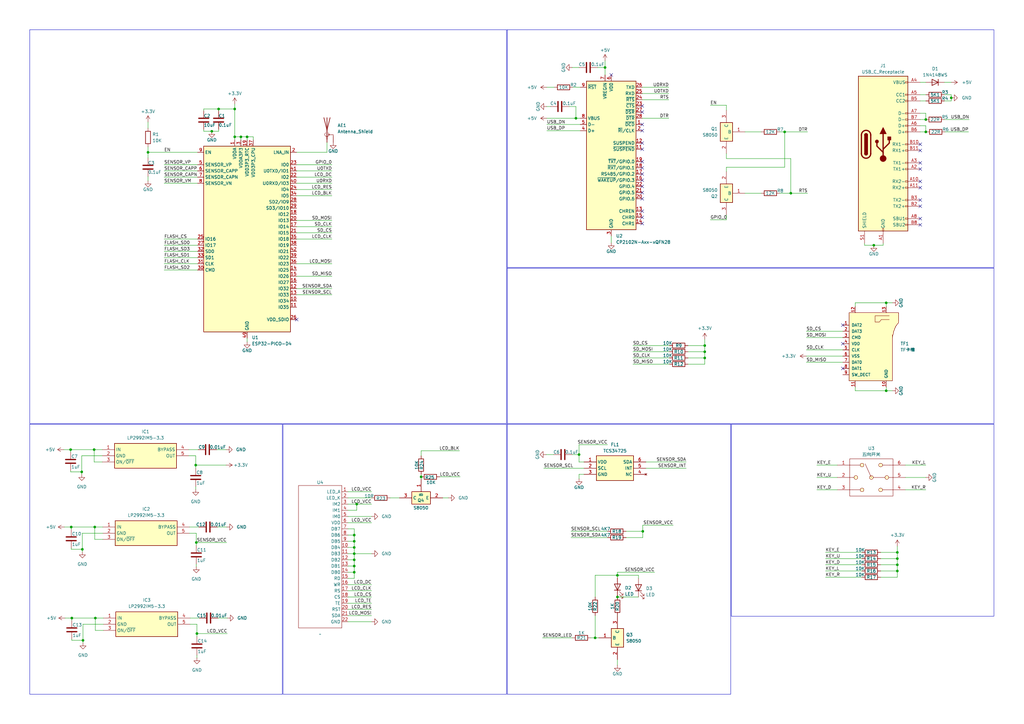
<source format=kicad_sch>
(kicad_sch (version 20230121) (generator eeschema)
  (paper "A3")
  (junction (at 33.782 225.298))
  (junction (at 289.052 144.272))
  (junction (at 146.304 206.756))
  (junction (at 38.608 184.404))
  (junction (at 368.046 231.648))
  (junction (at 237.49 186.436))
  (junction (at 368.046 226.568))
  (junction (at 363.474 124.206))
  (junction (at 60.706 62.484))
  (junction (at 145.288 224.536))
  (junction (at 29.21 216.154))
  (junction (at 145.288 221.996))
  (junction (at 253.238 244.856))
  (junction (at 96.266 56.134))
  (junction (at 248.158 27.686))
  (junction (at 80.264 190.754))
  (junction (at 145.288 232.156))
  (junction (at 86.868 53.848))
  (junction (at 363.474 160.274))
  (junction (at 289.052 146.812))
  (junction (at 96.266 44.704))
  (junction (at 34.036 262.636))
  (junction (at 145.288 227.076))
  (junction (at 324.358 79.248))
  (junction (at 244.094 261.62))
  (junction (at 289.052 141.732))
  (junction (at 101.346 56.134))
  (junction (at 89.662 44.704))
  (junction (at 321.818 54.102))
  (junction (at 29.464 253.492))
  (junction (at 368.046 234.188))
  (junction (at 390.144 40.132))
  (junction (at 38.862 216.154))
  (junction (at 33.528 193.548))
  (junction (at 145.288 229.616))
  (junction (at 253.238 235.966))
  (junction (at 379.73 49.022))
  (junction (at 358.394 100.584))
  (junction (at 236.22 48.514))
  (junction (at 28.956 184.404))
  (junction (at 368.046 229.108))
  (junction (at 145.288 234.696))
  (junction (at 379.73 54.102))
  (junction (at 39.116 253.492))
  (junction (at 98.806 56.134))
  (junction (at 172.72 195.58))
  (junction (at 80.518 222.504))
  (junction (at 145.288 219.456))
  (junction (at 80.772 259.842))
  (junction (at 263.652 217.932))
  (no_connect (at 263.398 66.294))
  (no_connect (at 377.444 74.422))
  (no_connect (at 263.398 73.914))
  (no_connect (at 263.398 51.054))
  (no_connect (at 263.398 89.154))
  (no_connect (at 345.694 133.35))
  (no_connect (at 263.398 68.834))
  (no_connect (at 121.666 131.064))
  (no_connect (at 377.444 59.182))
  (no_connect (at 263.398 71.374))
  (no_connect (at 263.398 91.694))
  (no_connect (at 377.444 66.802))
  (no_connect (at 263.398 53.594))
  (no_connect (at 377.444 84.582))
  (no_connect (at 345.694 140.97))
  (no_connect (at 263.398 43.434))
  (no_connect (at 263.398 61.214))
  (no_connect (at 263.398 58.674))
  (no_connect (at 263.398 78.994))
  (no_connect (at 377.444 76.962))
  (no_connect (at 377.444 61.722))
  (no_connect (at 345.694 151.13))
  (no_connect (at 263.398 81.534))
  (no_connect (at 263.398 76.454))
  (no_connect (at 377.444 92.202))
  (no_connect (at 377.444 89.662))
  (no_connect (at 377.444 82.042))
  (no_connect (at 263.398 45.974))
  (no_connect (at 250.698 30.734))
  (no_connect (at 377.444 69.342))
  (no_connect (at 263.398 86.614))
  (wire (pts (xy 234.696 186.436) (xy 237.49 186.436)))
  (wire (pts (xy 274.32 48.514) (xy 263.398 48.514)))
  (wire (pts (xy 67.31 98.044) (xy 81.026 98.044)))
  (wire (pts (xy 261.874 237.236) (xy 261.874 235.966)))
  (wire (pts (xy 324.358 79.248) (xy 331.216 79.248)))
  (wire (pts (xy 60.706 62.484) (xy 81.026 62.484)))
  (wire (pts (xy 142.748 242.316) (xy 152.4 242.316)))
  (wire (pts (xy 42.418 256.032) (xy 34.036 256.032)))
  (wire (pts (xy 67.31 100.584) (xy 81.026 100.584)))
  (wire (pts (xy 368.046 229.108) (xy 368.046 226.568)))
  (wire (pts (xy 33.528 186.944) (xy 33.528 193.548)))
  (wire (pts (xy 145.288 216.916) (xy 145.288 219.456)))
  (wire (pts (xy 67.31 72.644) (xy 81.026 72.644)))
  (wire (pts (xy 89.662 44.704) (xy 96.266 44.704)))
  (wire (pts (xy 136.144 90.424) (xy 121.666 90.424)))
  (wire (pts (xy 387.35 49.022) (xy 397.51 49.022)))
  (wire (pts (xy 26.416 216.154) (xy 29.21 216.154)))
  (wire (pts (xy 152.4 255.016) (xy 142.748 255.016)))
  (wire (pts (xy 142.748 237.236) (xy 145.288 237.236)))
  (wire (pts (xy 253.238 234.696) (xy 253.238 235.966)))
  (wire (pts (xy 142.748 209.296) (xy 146.304 209.296)))
  (wire (pts (xy 145.288 224.536) (xy 145.288 227.076)))
  (wire (pts (xy 363.474 160.274) (xy 363.474 158.75)))
  (wire (pts (xy 289.052 149.352) (xy 289.052 146.812)))
  (wire (pts (xy 224.282 43.688) (xy 225.806 43.688)))
  (wire (pts (xy 361.188 229.108) (xy 368.046 229.108)))
  (wire (pts (xy 80.264 186.944) (xy 80.264 190.754)))
  (wire (pts (xy 42.164 221.234) (xy 38.862 221.234)))
  (wire (pts (xy 263.652 217.932) (xy 263.652 215.392)))
  (wire (pts (xy 237.49 196.342) (xy 237.49 194.564)))
  (wire (pts (xy 67.31 67.564) (xy 81.026 67.564)))
  (wire (pts (xy 146.304 206.756) (xy 152.4 206.756)))
  (wire (pts (xy 256.794 217.932) (xy 263.652 217.932)))
  (wire (pts (xy 142.748 229.616) (xy 145.288 229.616)))
  (wire (pts (xy 29.464 254.508) (xy 29.464 253.492)))
  (wire (pts (xy 361.188 236.728) (xy 368.046 236.728)))
  (wire (pts (xy 98.806 57.404) (xy 98.806 56.134)))
  (wire (pts (xy 136.144 77.724) (xy 121.666 77.724)))
  (wire (pts (xy 183.896 204.216) (xy 181.61 204.216)))
  (wire (pts (xy 338.582 229.108) (xy 353.568 229.108)))
  (wire (pts (xy 26.162 184.404) (xy 28.956 184.404)))
  (wire (pts (xy 319.786 54.102) (xy 321.818 54.102)))
  (wire (pts (xy 362.204 99.822) (xy 362.204 100.584)))
  (wire (pts (xy 145.288 229.616) (xy 145.288 232.156)))
  (wire (pts (xy 237.49 182.372) (xy 237.49 186.436)))
  (wire (pts (xy 80.772 259.842) (xy 80.772 261.112)))
  (wire (pts (xy 368.046 231.648) (xy 368.046 229.108)))
  (wire (pts (xy 321.818 54.102) (xy 331.216 54.102)))
  (wire (pts (xy 338.582 231.648) (xy 353.568 231.648)))
  (wire (pts (xy 237.49 186.436) (xy 237.49 189.484)))
  (wire (pts (xy 259.588 149.352) (xy 274.574 149.352)))
  (wire (pts (xy 259.588 141.732) (xy 274.574 141.732)))
  (wire (pts (xy 233.426 43.688) (xy 236.22 43.688)))
  (wire (pts (xy 152.4 211.836) (xy 142.748 211.836)))
  (wire (pts (xy 28.956 193.548) (xy 33.528 193.548)))
  (wire (pts (xy 274.32 40.894) (xy 263.398 40.894)))
  (wire (pts (xy 142.748 234.696) (xy 145.288 234.696)))
  (wire (pts (xy 39.116 258.572) (xy 39.116 253.492)))
  (wire (pts (xy 142.748 219.456) (xy 145.288 219.456)))
  (wire (pts (xy 80.518 232.41) (xy 80.518 231.394)))
  (wire (pts (xy 142.748 224.536) (xy 145.288 224.536)))
  (wire (pts (xy 42.164 218.694) (xy 33.782 218.694)))
  (wire (pts (xy 297.942 88.138) (xy 297.942 90.17)))
  (wire (pts (xy 244.094 252.476) (xy 244.094 261.62)))
  (wire (pts (xy 101.346 56.134) (xy 101.346 57.404)))
  (wire (pts (xy 33.528 193.548) (xy 33.528 194.564)))
  (wire (pts (xy 368.046 234.188) (xy 368.046 236.728)))
  (wire (pts (xy 282.194 146.812) (xy 289.052 146.812)))
  (wire (pts (xy 83.566 53.086) (xy 83.566 53.848)))
  (wire (pts (xy 172.72 194.564) (xy 172.72 195.58)))
  (wire (pts (xy 319.786 79.248) (xy 324.358 79.248)))
  (wire (pts (xy 371.348 190.754) (xy 379.73 190.754)))
  (wire (pts (xy 263.652 220.472) (xy 263.652 217.932)))
  (wire (pts (xy 361.188 234.188) (xy 368.046 234.188)))
  (wire (pts (xy 244.094 244.856) (xy 244.094 235.966)))
  (wire (pts (xy 34.036 262.636) (xy 34.036 263.652)))
  (wire (pts (xy 282.194 141.732) (xy 289.052 141.732)))
  (wire (pts (xy 92.71 184.404) (xy 88.9 184.404)))
  (wire (pts (xy 33.782 225.298) (xy 33.782 226.314)))
  (wire (pts (xy 354.584 99.822) (xy 354.584 100.584)))
  (wire (pts (xy 363.474 125.73) (xy 363.474 124.206)))
  (wire (pts (xy 282.194 149.352) (xy 289.052 149.352)))
  (wire (pts (xy 28.956 184.404) (xy 38.608 184.404)))
  (wire (pts (xy 145.288 219.456) (xy 145.288 221.996)))
  (wire (pts (xy 81.28 184.404) (xy 77.47 184.404)))
  (wire (pts (xy 224.028 186.436) (xy 227.076 186.436)))
  (wire (pts (xy 152.4 214.376) (xy 142.748 214.376)))
  (wire (pts (xy 237.49 194.564) (xy 239.522 194.564)))
  (wire (pts (xy 80.772 259.842) (xy 93.218 259.842)))
  (wire (pts (xy 338.582 226.568) (xy 353.568 226.568)))
  (wire (pts (xy 261.874 244.856) (xy 253.238 244.856)))
  (wire (pts (xy 379.73 41.402) (xy 377.444 41.402)))
  (wire (pts (xy 362.204 100.584) (xy 358.394 100.584)))
  (wire (pts (xy 96.266 44.704) (xy 96.266 56.134)))
  (wire (pts (xy 330.708 143.51) (xy 345.694 143.51)))
  (wire (pts (xy 234.188 220.472) (xy 249.174 220.472)))
  (wire (pts (xy 60.706 50.038) (xy 60.706 52.578)))
  (wire (pts (xy 172.72 184.912) (xy 188.468 184.912)))
  (wire (pts (xy 121.666 72.644) (xy 136.144 72.644)))
  (wire (pts (xy 282.194 144.272) (xy 289.052 144.272)))
  (wire (pts (xy 136.144 80.264) (xy 121.666 80.264)))
  (wire (pts (xy 224.282 35.814) (xy 227.33 35.814)))
  (wire (pts (xy 289.052 144.272) (xy 289.052 141.732)))
  (wire (pts (xy 172.72 184.912) (xy 172.72 186.944)))
  (wire (pts (xy 224.282 48.514) (xy 236.22 48.514)))
  (wire (pts (xy 29.464 262.636) (xy 34.036 262.636)))
  (wire (pts (xy 136.144 98.044) (xy 121.666 98.044)))
  (wire (pts (xy 377.444 51.562) (xy 379.73 51.562)))
  (wire (pts (xy 38.608 189.484) (xy 38.608 184.404)))
  (wire (pts (xy 83.566 45.466) (xy 83.566 44.704)))
  (wire (pts (xy 223.012 192.024) (xy 239.522 192.024)))
  (wire (pts (xy 390.144 33.782) (xy 387.35 33.782)))
  (wire (pts (xy 77.724 218.694) (xy 80.518 218.694)))
  (wire (pts (xy 268.478 234.696) (xy 253.238 234.696)))
  (wire (pts (xy 81.788 253.492) (xy 77.978 253.492)))
  (wire (pts (xy 371.348 195.834) (xy 379.73 195.834)))
  (wire (pts (xy 28.956 185.42) (xy 28.956 184.404)))
  (wire (pts (xy 379.73 46.482) (xy 379.73 49.022)))
  (wire (pts (xy 80.264 190.754) (xy 92.71 190.754)))
  (wire (pts (xy 379.73 33.782) (xy 377.444 33.782)))
  (wire (pts (xy 234.188 217.932) (xy 249.174 217.932)))
  (wire (pts (xy 379.73 38.862) (xy 377.444 38.862)))
  (wire (pts (xy 67.31 110.744) (xy 81.026 110.744)))
  (wire (pts (xy 142.748 201.676) (xy 152.4 201.676)))
  (wire (pts (xy 77.47 186.944) (xy 80.264 186.944)))
  (wire (pts (xy 264.922 192.024) (xy 281.432 192.024)))
  (wire (pts (xy 248.158 24.892) (xy 248.158 27.686)))
  (wire (pts (xy 142.748 206.756) (xy 146.304 206.756)))
  (wire (pts (xy 67.31 103.124) (xy 81.026 103.124)))
  (wire (pts (xy 250.698 99.568) (xy 250.698 96.774)))
  (wire (pts (xy 142.748 221.996) (xy 145.288 221.996)))
  (wire (pts (xy 256.794 220.472) (xy 263.652 220.472)))
  (wire (pts (xy 38.608 184.404) (xy 41.91 184.404)))
  (wire (pts (xy 289.052 146.812) (xy 289.052 144.272)))
  (wire (pts (xy 305.562 79.248) (xy 312.166 79.248)))
  (wire (pts (xy 363.474 124.206) (xy 350.774 124.206)))
  (wire (pts (xy 224.282 51.054) (xy 237.998 51.054)))
  (wire (pts (xy 237.49 189.484) (xy 239.522 189.484)))
  (wire (pts (xy 253.238 244.602) (xy 253.238 244.856)))
  (wire (pts (xy 354.584 100.584) (xy 358.394 100.584)))
  (wire (pts (xy 80.264 200.66) (xy 80.264 199.644)))
  (wire (pts (xy 350.774 160.274) (xy 363.474 160.274)))
  (wire (pts (xy 248.158 27.686) (xy 248.158 30.734)))
  (wire (pts (xy 103.886 56.134) (xy 101.346 56.134)))
  (wire (pts (xy 152.4 227.076) (xy 145.288 227.076)))
  (wire (pts (xy 145.288 227.076) (xy 145.288 229.616)))
  (wire (pts (xy 136.144 118.364) (xy 121.666 118.364)))
  (wire (pts (xy 77.978 256.032) (xy 80.772 256.032)))
  (wire (pts (xy 387.35 41.402) (xy 390.144 41.402)))
  (wire (pts (xy 335.026 195.834) (xy 343.408 195.834)))
  (wire (pts (xy 67.31 105.664) (xy 81.026 105.664)))
  (wire (pts (xy 142.748 247.396) (xy 152.4 247.396)))
  (wire (pts (xy 121.666 67.564) (xy 136.144 67.564)))
  (wire (pts (xy 41.91 189.484) (xy 38.608 189.484)))
  (wire (pts (xy 98.806 56.134) (xy 96.266 56.134)))
  (wire (pts (xy 291.338 90.17) (xy 297.942 90.17)))
  (wire (pts (xy 297.942 45.212) (xy 297.942 43.18)))
  (wire (pts (xy 96.266 42.672) (xy 96.266 44.704)))
  (wire (pts (xy 379.73 49.022) (xy 377.444 49.022)))
  (wire (pts (xy 41.91 186.944) (xy 33.528 186.944)))
  (wire (pts (xy 145.288 221.996) (xy 145.288 224.536)))
  (wire (pts (xy 366.014 160.274) (xy 363.474 160.274)))
  (wire (pts (xy 29.464 262.128) (xy 29.464 262.636)))
  (wire (pts (xy 330.708 148.59) (xy 345.694 148.59)))
  (wire (pts (xy 338.582 236.728) (xy 353.568 236.728)))
  (wire (pts (xy 321.818 68.58) (xy 321.818 54.102)))
  (wire (pts (xy 101.346 56.134) (xy 98.806 56.134)))
  (wire (pts (xy 142.748 239.776) (xy 152.4 239.776)))
  (wire (pts (xy 222.504 261.62) (xy 234.696 261.62)))
  (wire (pts (xy 145.288 232.156) (xy 145.288 234.696)))
  (wire (pts (xy 29.21 225.298) (xy 33.782 225.298)))
  (wire (pts (xy 89.662 53.086) (xy 89.662 53.848)))
  (wire (pts (xy 39.116 253.492) (xy 42.418 253.492)))
  (wire (pts (xy 249.174 182.372) (xy 237.49 182.372)))
  (wire (pts (xy 67.31 108.204) (xy 81.026 108.204)))
  (wire (pts (xy 38.862 216.154) (xy 42.164 216.154)))
  (wire (pts (xy 263.652 215.392) (xy 276.098 215.392)))
  (wire (pts (xy 163.83 204.216) (xy 160.02 204.216)))
  (wire (pts (xy 297.942 68.58) (xy 321.818 68.58)))
  (wire (pts (xy 172.72 195.58) (xy 172.72 196.596)))
  (wire (pts (xy 146.304 209.296) (xy 146.304 206.756)))
  (wire (pts (xy 142.748 204.216) (xy 152.4 204.216)))
  (wire (pts (xy 390.144 41.402) (xy 390.144 40.132)))
  (wire (pts (xy 245.11 27.686) (xy 248.158 27.686)))
  (wire (pts (xy 335.026 190.754) (xy 343.408 190.754)))
  (wire (pts (xy 371.348 200.914) (xy 379.73 200.914)))
  (wire (pts (xy 67.31 75.184) (xy 81.026 75.184)))
  (wire (pts (xy 26.67 253.492) (xy 29.464 253.492)))
  (wire (pts (xy 83.566 53.848) (xy 86.868 53.848)))
  (wire (pts (xy 361.188 231.648) (xy 368.046 231.648)))
  (wire (pts (xy 34.036 256.032) (xy 34.036 262.636)))
  (wire (pts (xy 361.188 226.568) (xy 368.046 226.568)))
  (wire (pts (xy 121.666 70.104) (xy 136.144 70.104)))
  (wire (pts (xy 350.774 124.206) (xy 350.774 125.73)))
  (wire (pts (xy 80.518 222.504) (xy 80.518 223.774)))
  (wire (pts (xy 368.046 226.568) (xy 368.046 224.028)))
  (wire (pts (xy 121.666 62.484) (xy 134.112 62.484)))
  (wire (pts (xy 274.32 38.354) (xy 263.398 38.354)))
  (wire (pts (xy 366.014 124.206) (xy 363.474 124.206)))
  (wire (pts (xy 80.772 269.748) (xy 80.772 268.732)))
  (wire (pts (xy 28.956 193.04) (xy 28.956 193.548)))
  (wire (pts (xy 234.95 35.814) (xy 237.998 35.814)))
  (wire (pts (xy 379.73 54.102) (xy 377.444 54.102)))
  (wire (pts (xy 103.886 57.404) (xy 103.886 56.134)))
  (wire (pts (xy 29.21 217.17) (xy 29.21 216.154)))
  (wire (pts (xy 60.706 74.168) (xy 60.706 72.39)))
  (wire (pts (xy 29.21 224.79) (xy 29.21 225.298)))
  (wire (pts (xy 335.026 200.914) (xy 343.408 200.914)))
  (wire (pts (xy 38.862 221.234) (xy 38.862 216.154)))
  (wire (pts (xy 289.052 141.732) (xy 289.052 139.192)))
  (wire (pts (xy 368.046 234.188) (xy 368.046 231.648)))
  (wire (pts (xy 379.73 51.562) (xy 379.73 54.102)))
  (wire (pts (xy 33.782 218.694) (xy 33.782 225.298)))
  (wire (pts (xy 142.748 244.856) (xy 152.4 244.856)))
  (wire (pts (xy 236.22 48.514) (xy 237.998 48.514)))
  (wire (pts (xy 379.73 54.102) (xy 379.984 54.102)))
  (wire (pts (xy 80.264 190.754) (xy 80.264 192.024)))
  (wire (pts (xy 274.32 35.814) (xy 263.398 35.814)))
  (wire (pts (xy 305.562 54.102) (xy 312.166 54.102)))
  (wire (pts (xy 142.748 249.936) (xy 152.4 249.936)))
  (wire (pts (xy 324.358 65.024) (xy 324.358 79.248)))
  (wire (pts (xy 136.144 92.964) (xy 121.666 92.964)))
  (wire (pts (xy 145.288 234.696) (xy 145.288 237.236)))
  (wire (pts (xy 261.874 235.966) (xy 253.238 235.966)))
  (wire (pts (xy 29.21 216.154) (xy 38.862 216.154)))
  (wire (pts (xy 291.338 43.18) (xy 297.942 43.18)))
  (wire (pts (xy 29.464 253.492) (xy 39.116 253.492)))
  (wire (pts (xy 242.316 261.62) (xy 244.094 261.62)))
  (wire (pts (xy 93.218 253.492) (xy 89.408 253.492)))
  (wire (pts (xy 142.748 227.076) (xy 145.288 227.076)))
  (wire (pts (xy 42.418 258.572) (xy 39.116 258.572)))
  (wire (pts (xy 142.748 216.916) (xy 145.288 216.916)))
  (wire (pts (xy 136.144 108.204) (xy 121.666 108.204)))
  (wire (pts (xy 387.604 54.102) (xy 397.256 54.102)))
  (wire (pts (xy 297.942 65.024) (xy 324.358 65.024)))
  (wire (pts (xy 259.588 144.272) (xy 274.574 144.272)))
  (wire (pts (xy 244.094 235.966) (xy 253.238 235.966)))
  (wire (pts (xy 142.748 252.476) (xy 152.4 252.476)))
  (wire (pts (xy 136.144 120.904) (xy 121.666 120.904)))
  (wire (pts (xy 259.588 146.812) (xy 274.574 146.812)))
  (wire (pts (xy 101.346 140.208) (xy 101.346 138.684)))
  (wire (pts (xy 390.144 38.862) (xy 390.144 40.132)))
  (wire (pts (xy 236.22 43.688) (xy 236.22 48.514)))
  (wire (pts (xy 136.144 113.284) (xy 121.666 113.284)))
  (wire (pts (xy 244.094 261.62) (xy 245.618 261.62)))
  (wire (pts (xy 142.748 232.156) (xy 145.288 232.156)))
  (wire (pts (xy 234.696 27.686) (xy 237.49 27.686)))
  (wire (pts (xy 253.238 252.476) (xy 253.238 252.73)))
  (wire (pts (xy 188.722 195.58) (xy 180.34 195.58)))
  (wire (pts (xy 67.31 70.104) (xy 81.026 70.104)))
  (wire (pts (xy 80.518 218.694) (xy 80.518 222.504)))
  (wire (pts (xy 83.566 44.704) (xy 89.662 44.704)))
  (wire (pts (xy 80.518 222.504) (xy 92.964 222.504)))
  (wire (pts (xy 136.144 95.504) (xy 121.666 95.504)))
  (wire (pts (xy 330.708 135.89) (xy 345.694 135.89)))
  (wire (pts (xy 297.942 70.358) (xy 297.942 68.58)))
  (wire (pts (xy 330.708 138.43) (xy 345.694 138.43)))
  (wire (pts (xy 253.238 235.966) (xy 253.238 236.982)))
  (wire (pts (xy 60.706 60.198) (xy 60.706 62.484)))
  (wire (pts (xy 297.942 62.992) (xy 297.942 65.024)))
  (wire (pts (xy 81.534 216.154) (xy 77.724 216.154)))
  (wire (pts (xy 224.282 53.594) (xy 237.998 53.594)))
  (wire (pts (xy 134.112 58.42) (xy 134.112 62.484)))
  (wire (pts (xy 281.432 189.484) (xy 264.922 189.484)))
  (wire (pts (xy 92.964 216.154) (xy 89.154 216.154)))
  (wire (pts (xy 377.444 46.482) (xy 379.73 46.482)))
  (wire (pts (xy 89.662 53.848) (xy 86.868 53.848)))
  (wire (pts (xy 350.774 158.75) (xy 350.774 160.274)))
  (wire (pts (xy 121.666 75.184) (xy 136.144 75.184)))
  (wire (pts (xy 330.708 146.05) (xy 345.694 146.05)))
  (wire (pts (xy 338.582 234.188) (xy 353.568 234.188)))
  (wire (pts (xy 253.238 272.796) (xy 253.238 270.51)))
  (wire (pts (xy 96.266 56.134) (xy 96.266 57.404)))
  (wire (pts (xy 387.35 38.862) (xy 390.144 38.862)))
  (wire (pts (xy 60.706 62.484) (xy 60.706 64.77)))
  (wire (pts (xy 89.662 44.704) (xy 89.662 45.466)))
  (wire (pts (xy 80.772 256.032) (xy 80.772 259.842)))
  (rectangle (start 299.974 173.99) (end 407.67 252.73))
  (rectangle (start 208.026 109.982) (end 407.67 173.736))
  (rectangle (start 116.078 173.99) (end 207.772 284.734))
  (rectangle (start 208.026 12.192) (end 407.67 109.728))
  (rectangle (start 12.192 173.99) (end 115.824 284.734))
  (rectangle (start 12.192 12.192) (end 207.772 173.736))
  (rectangle (start 208.026 173.99) (end 299.72 284.734))
  (label "SENSOR_VCC" (at 92.964 222.504 180))
  (label "SD_CS" (at 136.144 95.504 180))
  (label "DTR" (at 274.32 48.514 180))
  (label "LCD_VCC" (at 152.4 206.756 180))
  (label "SENSOR_VP" (at 67.31 67.564 0))
  (label "SENSOR_SDA" (at 281.432 189.484 180))
  (label "SD_MISO" (at 330.708 148.59 0))
  (label "LCD_RES" (at 152.4 249.936 180))
  (label "U0TXD" (at 136.144 70.104 180))
  (label "SENSOR_INT" (at 281.432 192.024 180))
  (label "KEY_L" (at 379.73 190.754 180))
  (label "SENSOR_SDA" (at 136.144 118.364 180))
  (label "SD_CLK" (at 259.588 146.812 0))
  (label "U0TXD" (at 274.32 38.354 180))
  (label "LCD_CS" (at 152.4 244.856 180))
  (label "SENSOR_CAPP" (at 67.31 70.104 0))
  (label "SD_MOSI" (at 330.708 138.43 0))
  (label "EN" (at 67.31 62.484 0))
  (label "SENSOR_SCL" (at 136.144 120.904 180))
  (label "LCD_BLK" (at 136.144 80.264 180))
  (label "LCD_MOSI" (at 136.144 108.204 180))
  (label "SENSOR_VCC" (at 268.478 234.696 180))
  (label "SD_CS" (at 330.708 135.89 0))
  (label "USB_DP" (at 397.256 54.102 180))
  (label "SD_MOSI" (at 136.144 90.424 180))
  (label "LCD_CLK" (at 152.4 242.316 180))
  (label "KEY_D" (at 335.026 200.914 0))
  (label "SENSOR_SDA" (at 234.188 220.472 0))
  (label "LCD_BLK" (at 188.468 184.912 180))
  (label "KEY_E" (at 338.582 226.568 0))
  (label "KEY_U" (at 338.582 229.108 0))
  (label "RTS" (at 331.216 79.248 180))
  (label "LCD_DC" (at 152.4 239.776 180))
  (label "FLASH_SD1" (at 67.31 105.664 0))
  (label "SD_CS" (at 259.588 141.732 0))
  (label "FLASH_SD0" (at 67.31 100.584 0))
  (label "FLASH_CS" (at 67.31 98.044 0))
  (label "LCD_VCC" (at 152.4 214.376 180))
  (label "FLASH_SD2" (at 67.31 110.744 0))
  (label "SENSOR_VCC" (at 249.174 182.372 180))
  (label "SD_MOSI" (at 259.588 144.272 0))
  (label "DTR" (at 331.216 54.102 180))
  (label "SD_CLK" (at 136.144 92.964 180))
  (label "KEY_E" (at 335.026 190.754 0))
  (label "LCD_VCC" (at 152.4 201.676 180))
  (label "KEY_R" (at 338.582 236.728 0))
  (label "LCD_RES" (at 136.144 77.724 180))
  (label "SD_MISO" (at 259.588 149.352 0))
  (label "KEY_L" (at 338.582 234.188 0))
  (label "RTS" (at 274.32 40.894 180))
  (label "GPIO_0" (at 136.144 67.564 180))
  (label "KEY_D" (at 338.582 231.648 0))
  (label "KEY_R" (at 379.73 200.914 180))
  (label "GPIO_0" (at 291.338 90.17 0))
  (label "KEY_U" (at 335.026 195.834 0))
  (label "SENSOR_SCL" (at 223.012 192.024 0))
  (label "SD_CLK" (at 330.708 143.51 0))
  (label "FLASH_CLK" (at 67.31 108.204 0))
  (label "LCD_TE" (at 152.4 247.396 180))
  (label "SENSOR_LED" (at 222.504 261.62 0))
  (label "SD_MISO" (at 136.144 113.284 180))
  (label "SENSOR_SCL" (at 234.188 217.932 0))
  (label "LCD_DC" (at 136.144 72.644 180))
  (label "FLASH_SD3" (at 67.31 103.124 0))
  (label "U0RXD" (at 136.144 75.184 180))
  (label "SENSOR_VM" (at 67.31 75.184 0))
  (label "LCD_CLK" (at 136.144 98.044 180))
  (label "LCD_VCC" (at 188.722 195.58 180))
  (label "SENSOR_VCC" (at 276.098 215.392 180))
  (label "USB_DN" (at 397.51 49.022 180))
  (label "USB_DP" (at 224.282 53.594 0))
  (label "SENSOR_CAPN" (at 67.31 72.644 0))
  (label "USB_DN" (at 224.282 51.054 0))
  (label "LCD_VCC" (at 93.218 259.842 180))
  (label "EN" (at 291.338 43.18 0))
  (label "LCD_MOSI" (at 152.4 252.476 180))
  (label "U0RXD" (at 274.32 35.814 180))
  (symbol (lib_id "RF_Module:ESP32-PICO-D4") (at 101.346 98.044 0) (unit 1)
    (property "Reference" "U1" (at 103.3019 138.43 0) (effects (justify left)))
    (property "Value" "ESP32-PICO-D4" (at 103.3019 140.97 0) (effects (justify left)))
    (property "Footprint" "Package_DFN_QFN:QFN-48-1EP_7x7mm_P0.5mm_EP5.3x5.3mm" (effects hide))
    (property "Datasheet" "https://www.espressif.com/sites/default/files/documentation/esp32-pico-d4_datasheet_en.pdf" (effects hide))
  )
  (symbol (lib_id "power:+3.3V") (at 368.046 224.028 0) (unit 1)
    (property "Reference" "#PWR021" (effects hide))
    (property "Value" "+3.3V" (at 368.046 219.456 0))
  )
  (symbol (lib_id "MyLib:ZJY200K-IF05") (at 131.318 225.806 0) (unit 1)
    (property "Reference" "U4" (at 131.318 197.866 0))
    (property "Value" "~" (at 131.318 260.096 0))
    (property "Footprint" "MyLib:ZJY200K-IF05" (effects hide))
  )
  (symbol (lib_id "power:GND") (at 183.896 204.216 90) (unit 1)
    (property "Reference" "#PWR041" (effects hide))
    (property "Value" "GND" (at 187.96 204.216 90) (effects (justify right)))
  )
  (symbol (lib_id "Device:C") (at 28.956 189.23 0) (unit 1)
    (property "Reference" "C7" (at 29.21 187.198 0) (effects (justify left)))
    (property "Value" "1uF" (at 29.21 191.516 0) (effects (justify left)))
    (property "Footprint" "Capacitor_SMD:C_0603_1608Metric" (effects hide))
  )
  (symbol (lib_id "power:+3.3V") (at 96.266 42.672 0) (unit 1)
    (property "Reference" "#PWR01" (effects hide))
    (property "Value" "+3.3V" (at 96.266 38.354 0))
  )
  (symbol (lib_id "Device:R") (at 156.21 204.216 90) (unit 1)
    (property "Reference" "R23" (at 156.21 204.47 90))
    (property "Value" "10R" (at 151.384 203.454 90))
    (property "Footprint" "Resistor_SMD:R_0603_1608Metric" (effects hide))
  )
  (symbol (lib_id "Device:C") (at 80.518 227.584 0) (unit 1)
    (property "Reference" "C11" (at 80.772 225.552 0) (effects (justify left)))
    (property "Value" "1uF" (at 80.772 229.87 0) (effects (justify left)))
    (property "Footprint" "Capacitor_SMD:C_0603_1608Metric" (effects hide))
  )
  (symbol (lib_id "power:+5V") (at 26.162 184.404 90) (unit 1)
    (property "Reference" "#PWR028" (effects hide))
    (property "Value" "+5V" (at 22.606 184.404 90) (effects (justify left)))
  )
  (symbol (lib_id "Device:C") (at 85.598 253.492 90) (unit 1)
    (property "Reference" "C15" (at 84.582 252.476 90) (effects (justify left)))
    (property "Value" "0.01uF" (at 93.218 252.476 90) (effects (justify left)))
    (property "Footprint" "Capacitor_SMD:C_0603_1608Metric" (effects hide))
  )
  (symbol (lib_id "power:+5V") (at 224.282 35.814 90) (unit 1)
    (property "Reference" "#PWR07" (effects hide))
    (property "Value" "+5V" (at 220.218 35.814 90) (effects (justify left)))
  )
  (symbol (lib_id "power:GND") (at 80.264 200.66 0) (unit 1)
    (property "Reference" "#PWR030" (effects hide))
    (property "Value" "GND" (at 80.264 205.74 0))
  )
  (symbol (lib_id "Device:R") (at 278.384 146.812 90) (unit 1)
    (property "Reference" "R11" (at 278.384 146.812 90))
    (property "Value" "10K" (at 273.812 145.796 90))
    (property "Footprint" "Resistor_SMD:R_0603_1608Metric" (effects hide))
  )
  (symbol (lib_id "Device:R") (at 357.378 236.728 90) (unit 1)
    (property "Reference" "R17" (at 357.378 236.728 90))
    (property "Value" "10K" (at 352.806 235.712 90))
    (property "Footprint" "Resistor_SMD:R_0603_1608Metric" (effects hide))
  )
  (symbol (lib_id "Interface_USB:CP2102N-Axx-xQFN28") (at 250.698 63.754 0) (unit 1)
    (property "Reference" "U2" (at 252.6539 96.774 0) (effects (justify left)))
    (property "Value" "CP2102N-Axx-xQFN28" (at 252.6539 99.314 0) (effects (justify left)))
    (property "Footprint" "Package_DFN_QFN:QFN-28-1EP_5x5mm_P0.5mm_EP3.35x3.35mm" (effects hide))
    (property "Datasheet" "https://www.silabs.com/documents/public/data-sheets/cp2102n-datasheet.pdf" (effects hide))
  )
  (symbol (lib_id "Device:R") (at 231.14 35.814 90) (unit 1)
    (property "Reference" "R2" (at 235.204 34.798 90))
    (property "Value" "10K" (at 231.14 35.814 90))
    (property "Footprint" "Resistor_SMD:R_0603_1608Metric" (effects hide))
  )
  (symbol (lib_id "power:GND") (at 358.394 100.584 0) (unit 1)
    (property "Reference" "#PWR011" (effects hide))
    (property "Value" "GND" (at 358.394 104.14 0))
  )
  (symbol (lib_id "Device:R") (at 172.72 190.754 180) (unit 1)
    (property "Reference" "R24" (at 172.974 190.754 90))
    (property "Value" "10K" (at 170.942 190.754 90))
    (property "Footprint" "Resistor_SMD:R_0603_1608Metric" (effects hide))
  )
  (symbol (lib_id "power:GND") (at 101.346 140.208 0) (unit 1)
    (property "Reference" "#PWR019" (effects hide))
    (property "Value" "GND" (at 101.346 143.764 0))
  )
  (symbol (lib_id "power:GND") (at 34.036 263.652 0) (unit 1)
    (property "Reference" "#PWR043" (effects hide))
    (property "Value" "GND" (at 34.036 268.732 0))
  )
  (symbol (lib_id "Device:C") (at 241.3 27.686 90) (unit 1)
    (property "Reference" "C5" (at 240.03 26.416 90) (effects (justify left)))
    (property "Value" "0.1uF" (at 247.904 26.416 90) (effects (justify left)))
    (property "Footprint" "Capacitor_SMD:C_0603_1608Metric" (effects hide))
  )
  (symbol (lib_id "kicad_lceda:TF卡槽") (at 357.124 142.24 270) (unit 1)
    (property "Reference" "TF1" (at 369.316 140.97 90) (effects (justify left)))
    (property "Value" "TF卡槽" (at 369.316 143.51 90) (effects (justify left)))
    (property "Footprint" "kicad_lceda:TF卡槽" (effects hide))
    (property "uuid" "std:11ba7b1a7aea4914bbc126b9367620a9" (effects hide))
  )
  (symbol (lib_id "power:+5V") (at 26.67 253.492 90) (unit 1)
    (property "Reference" "#PWR042" (effects hide))
    (property "Value" "+5V" (at 23.114 253.492 90) (effects (justify left)))
  )
  (symbol (lib_id "power:GND") (at 33.782 226.314 0) (unit 1)
    (property "Reference" "#PWR034" (effects hide))
    (property "Value" "GND" (at 33.782 231.394 0))
  )
  (symbol (lib_id "SamacSys_Parts:S8050") (at 296.672 62.992 90) (unit 1)
    (property "Reference" "Q1" (at 294.386 52.832 90) (effects (justify left)))
    (property "Value" "S8050" (at 294.386 55.372 90) (effects (justify left)))
    (property "Footprint" "SOT95P240X115-3N" (effects hide))
    (property "Datasheet" "https://datasheet.lcsc.com/szlcsc/Yenji-Elec-S8050_C139514.pdf" (effects hide))
    (property "Height" "1.15" (effects hide))
    (property "Manufacturer_Name" "Yenji Elec" (effects hide))
    (property "Manufacturer_Part_Number" "S8050" (effects hide))
  )
  (symbol (lib_id "power:+3.3V") (at 60.706 50.038 0) (unit 1)
    (property "Reference" "#PWR03" (effects hide))
    (property "Value" "+3.3V" (at 60.706 45.72 0))
  )
  (symbol (lib_id "Connector:USB_C_Receptacle") (at 362.204 59.182 0) (unit 1)
    (property "Reference" "J1" (at 362.204 26.924 0))
    (property "Value" "USB_C_Receptacle" (at 362.204 29.464 0))
    (property "Footprint" "Connector_USB:USB_C_Receptacle_XKB_U262-16XN-4BVC11" (effects hide))
    (property "Datasheet" "https://www.usb.org/sites/default/files/documents/usb_type-c.zip" (effects hide))
  )
  (symbol (lib_id "power:GND") (at 152.4 227.076 90) (unit 1)
    (property "Reference" "#PWR039" (effects hide))
    (property "Value" "GND" (at 156.464 227.076 90) (effects (justify right)))
  )
  (symbol (lib_id "SamacSys_Parts:S8050") (at 296.672 70.358 90) (mirror x) (unit 1)
    (property "Reference" "Q2" (at 294.386 80.518 90) (effects (justify left)))
    (property "Value" "S8050" (at 294.386 77.978 90) (effects (justify left)))
    (property "Footprint" "SOT95P240X115-3N" (effects hide))
    (property "Datasheet" "https://datasheet.lcsc.com/szlcsc/Yenji-Elec-S8050_C139514.pdf" (effects hide))
    (property "Height" "1.15" (effects hide))
    (property "Manufacturer_Name" "Yenji Elec" (effects hide))
    (property "Manufacturer_Part_Number" "S8050" (effects hide))
  )
  (symbol (lib_id "Device:C") (at 85.344 216.154 90) (unit 1)
    (property "Reference" "C12" (at 84.328 215.138 90) (effects (justify left)))
    (property "Value" "0.01uF" (at 92.964 215.138 90) (effects (justify left)))
    (property "Footprint" "Capacitor_SMD:C_0603_1608Metric" (effects hide))
  )
  (symbol (lib_id "Device:C") (at 85.09 184.404 90) (unit 1)
    (property "Reference" "C9" (at 84.074 183.388 90) (effects (justify left)))
    (property "Value" "0.01uF" (at 92.71 183.388 90) (effects (justify left)))
    (property "Footprint" "Capacitor_SMD:C_0603_1608Metric" (effects hide))
  )
  (symbol (lib_id "power:+3.3V") (at 330.708 146.05 90) (unit 1)
    (property "Reference" "#PWR015" (effects hide))
    (property "Value" "+3.3V" (at 326.39 146.05 90) (effects (justify left)))
  )
  (symbol (lib_id "power:+5V") (at 224.282 48.514 90) (unit 1)
    (property "Reference" "#PWR05" (effects hide))
    (property "Value" "+5V" (at 220.218 48.514 90) (effects (justify left)))
  )
  (symbol (lib_id "power:+3.3V") (at 92.71 190.754 270) (unit 1)
    (property "Reference" "#PWR032" (effects hide))
    (property "Value" "+3.3V" (at 95.758 190.754 90) (effects (justify left)))
  )
  (symbol (lib_id "Device:R") (at 383.54 49.022 90) (unit 1)
    (property "Reference" "R5" (at 387.604 48.006 90))
    (property "Value" "22R" (at 383.54 49.022 90))
    (property "Footprint" "Resistor_SMD:R_0603_1608Metric" (effects hide))
  )
  (symbol (lib_id "SamacSys_Parts:TCS34725") (at 239.522 189.484 0) (unit 1)
    (property "Reference" "FL1" (at 252.222 182.372 0))
    (property "Value" "TCS34725" (at 252.222 184.912 0))
    (property "Footprint" "TCS34725" (effects hide))
    (property "Datasheet" "https://ams.com/documents/20143/36005/TCS3472_DS000390_3-00.pdf/6fe47e15-e32f-7fa7-03cb-22935da44b26" (effects hide))
    (property "Height" "0.7" (effects hide))
    (property "Manufacturer_Name" "ams" (effects hide))
    (property "Manufacturer_Part_Number" "TCS34725" (effects hide))
  )
  (symbol (lib_id "Device:R") (at 278.384 141.732 90) (unit 1)
    (property "Reference" "R9" (at 278.384 141.732 90))
    (property "Value" "10K" (at 273.812 140.716 90))
    (property "Footprint" "Resistor_SMD:R_0603_1608Metric" (effects hide))
  )
  (symbol (lib_id "power:GND") (at 86.868 53.848 0) (unit 1)
    (property "Reference" "#PWR02" (effects hide))
    (property "Value" "GND" (at 86.868 57.404 0))
  )
  (symbol (lib_id "power:+5V") (at 390.144 33.782 270) (unit 1)
    (property "Reference" "#PWR012" (effects hide))
    (property "Value" "+5V" (at 394.462 33.782 90) (effects (justify left)))
  )
  (symbol (lib_id "power:GND") (at 80.518 232.41 0) (unit 1)
    (property "Reference" "#PWR035" (effects hide))
    (property "Value" "GND" (at 80.518 237.49 0))
  )
  (symbol (lib_id "power:GND") (at 253.238 272.796 0) (unit 1)
    (property "Reference" "#PWR027" (effects hide))
    (property "Value" "GND" (at 253.238 276.352 0))
  )
  (symbol (lib_id "power:GND") (at 92.964 216.154 90) (unit 1)
    (property "Reference" "#PWR036" (effects hide))
    (property "Value" "GND" (at 97.028 216.154 90) (effects (justify right)))
  )
  (symbol (lib_id "Device:R") (at 176.53 195.58 270) (unit 1)
    (property "Reference" "R25" (at 176.276 195.834 90))
    (property "Value" "10K" (at 176.784 197.866 90))
    (property "Footprint" "Resistor_SMD:R_0603_1608Metric" (effects hide))
  )
  (symbol (lib_id "power:GND") (at 234.696 27.686 270) (unit 1)
    (property "Reference" "#PWR09" (effects hide))
    (property "Value" "GND" (at 231.14 27.686 0))
  )
  (symbol (lib_id "Device:C") (at 29.464 258.318 0) (unit 1)
    (property "Reference" "C13" (at 29.718 256.286 0) (effects (justify left)))
    (property "Value" "1uF" (at 29.718 260.604 0) (effects (justify left)))
    (property "Footprint" "Capacitor_SMD:C_0603_1608Metric" (effects hide))
  )
  (symbol (lib_id "power:GND") (at 60.706 74.168 0) (unit 1)
    (property "Reference" "#PWR04" (effects hide))
    (property "Value" "GND" (at 60.706 77.724 0))
  )
  (symbol (lib_id "Device:R") (at 238.506 261.62 90) (unit 1)
    (property "Reference" "R21" (at 238.506 261.62 90))
    (property "Value" "1K" (at 238.506 259.588 90))
    (property "Footprint" "Resistor_SMD:R_0603_1608Metric" (effects hide))
  )
  (symbol (lib_id "Device:R") (at 357.378 229.108 90) (unit 1)
    (property "Reference" "R14" (at 357.378 229.108 90))
    (property "Value" "10K" (at 352.806 228.092 90))
    (property "Footprint" "Resistor_SMD:R_0603_1608Metric" (effects hide))
  )
  (symbol (lib_id "Device:Antenna_Shield") (at 134.112 53.34 0) (unit 1)
    (property "Reference" "AE1" (at 138.43 51.435 0) (effects (justify left)))
    (property "Value" "Antenna_Shield" (at 138.43 53.975 0) (effects (justify left)))
    (property "Footprint" "RF_Antenna:Texas_SWRA117D_2.4GHz_Right" (effects hide))
  )
  (symbol (lib_id "power:GND") (at 379.73 195.834 90) (unit 1)
    (property "Reference" "#PWR020" (effects hide))
    (property "Value" "GND" (at 383.286 195.834 0))
  )
  (symbol (lib_id "power:GND") (at 152.4 211.836 90) (unit 1)
    (property "Reference" "#PWR038" (effects hide))
    (property "Value" "GND" (at 156.464 211.836 90) (effects (justify right)))
  )
  (symbol (lib_id "Device:R") (at 253.238 248.666 180) (unit 1)
    (property "Reference" "R20" (at 253.238 248.666 90))
    (property "Value" "1K" (at 251.206 248.666 90))
    (property "Footprint" "Resistor_SMD:R_0603_1608Metric" (effects hide))
  )
  (symbol (lib_id "power:GND") (at 33.528 194.564 0) (unit 1)
    (property "Reference" "#PWR029" (effects hide))
    (property "Value" "GND" (at 33.528 199.644 0))
  )
  (symbol (lib_id "Device:LED") (at 261.874 241.046 90) (unit 1)
    (property "Reference" "D3" (at 264.922 241.3635 90) (effects (justify right)))
    (property "Value" "LED" (at 264.922 243.9035 90) (effects (justify right)))
    (property "Footprint" "LED_SMD:LED_RGB_5050-6" (effects hide))
  )
  (symbol (lib_id "Device:R") (at 315.976 54.102 90) (unit 1)
    (property "Reference" "R7" (at 320.04 53.086 90))
    (property "Value" "12K" (at 315.976 54.102 90))
    (property "Footprint" "Resistor_SMD:R_0603_1608Metric" (effects hide))
  )
  (symbol (lib_id "Device:R") (at 278.384 149.352 90) (unit 1)
    (property "Reference" "R12" (at 278.384 149.352 90))
    (property "Value" "10K" (at 273.812 148.336 90))
    (property "Footprint" "Resistor_SMD:R_0603_1608Metric" (effects hide))
  )
  (symbol (lib_id "Device:R") (at 244.094 248.666 180) (unit 1)
    (property "Reference" "R22" (at 244.094 248.666 90))
    (property "Value" "10K" (at 242.062 248.666 90))
    (property "Footprint" "Resistor_SMD:R_0603_1608Metric" (effects hide))
  )
  (symbol (lib_id "power:GND") (at 224.028 186.436 270) (unit 1)
    (property "Reference" "#PWR023" (effects hide))
    (property "Value" "GND" (at 220.472 186.436 0))
  )
  (symbol (lib_id "Device:R") (at 357.378 231.648 90) (unit 1)
    (property "Reference" "R15" (at 357.378 231.648 90))
    (property "Value" "10K" (at 352.806 230.632 90))
    (property "Footprint" "Resistor_SMD:R_0603_1608Metric" (effects hide))
  )
  (symbol (lib_id "SamacSys_Parts:LP2992IM5-3.3") (at 42.418 253.492 0) (unit 1)
    (property "Reference" "IC3" (at 60.198 246.126 0))
    (property "Value" "LP2992IM5-3.3" (at 60.198 248.666 0))
    (property "Footprint" "SOT95P280X145-5N" (effects hide))
    (property "Datasheet" "https://www.arrow.com/en/products/lp2992im5-3.3/texas-instruments" (effects hide))
    (property "Height" "1.45" (effects hide))
    (property "Manufacturer_Name" "Texas Instruments" (effects hide))
    (property "Manufacturer_Part_Number" "LP2992IM5-3.3" (effects hide))
    (property "Mouser Part Number" "926-LP2992IM5-33" (effects hide))
    (property "Mouser Price/Stock" "https://www.mouser.co.uk/ProductDetail/Texas-Instruments/LP2992IM5-33?qs=1FNqv8aZn1QY2f6tBFhcqg%3D%3D" (effects hide))
    (property "Arrow Part Number" "LP2992IM5-3.3" (effects hide))
    (property "Arrow Price/Stock" "https://www.arrow.com/en/products/lp2992im5-3.3/texas-instruments" (effects hide))
  )
  (symbol (lib_id "power:GND") (at 250.698 99.568 0) (unit 1)
    (property "Reference" "#PWR010" (effects hide))
    (property "Value" "GND" (at 250.698 103.124 0))
  )
  (symbol (lib_id "Device:R") (at 252.984 220.472 90) (unit 1)
    (property "Reference" "R19" (at 252.984 220.472 90))
    (property "Value" "4K7" (at 248.412 219.456 90))
    (property "Footprint" "Resistor_SMD:R_0603_1608Metric" (effects hide))
  )
  (symbol (lib_id "Device:R") (at 383.794 54.102 90) (unit 1)
    (property "Reference" "R6" (at 387.858 53.086 90))
    (property "Value" "22R" (at 383.794 54.102 90))
    (property "Footprint" "Resistor_SMD:R_0603_1608Metric" (effects hide))
  )
  (symbol (lib_id "Device:R") (at 278.384 144.272 90) (unit 1)
    (property "Reference" "R10" (at 278.384 144.272 90))
    (property "Value" "10K" (at 273.812 143.256 90))
    (property "Footprint" "Resistor_SMD:R_0603_1608Metric" (effects hide))
  )
  (symbol (lib_id "Device:R") (at 357.378 226.568 90) (unit 1)
    (property "Reference" "R13" (at 357.378 226.568 90))
    (property "Value" "10K" (at 352.806 225.552 90))
    (property "Footprint" "Resistor_SMD:R_0603_1608Metric" (effects hide))
  )
  (symbol (lib_id "Device:R") (at 383.54 38.862 90) (unit 1)
    (property "Reference" "R3" (at 387.604 37.846 90))
    (property "Value" "5K1" (at 383.54 38.862 90))
    (property "Footprint" "Resistor_SMD:R_0603_1608Metric" (effects hide))
  )
  (symbol (lib_id "power:GND") (at 366.014 124.206 90) (unit 1)
    (property "Reference" "#PWR017" (effects hide))
    (property "Value" "GND" (at 369.57 124.206 0))
  )
  (symbol (lib_id "Device:R") (at 315.976 79.248 90) (unit 1)
    (property "Reference" "R8" (at 320.04 78.232 90))
    (property "Value" "12K" (at 315.976 79.248 90))
    (property "Footprint" "Resistor_SMD:R_0603_1608Metric" (effects hide))
  )
  (symbol (lib_id "Device:C") (at 80.772 264.922 0) (unit 1)
    (property "Reference" "C14" (at 81.026 262.89 0) (effects (justify left)))
    (property "Value" "1uF" (at 81.026 267.208 0) (effects (justify left)))
    (property "Footprint" "Capacitor_SMD:C_0603_1608Metric" (effects hide))
  )
  (symbol (lib_id "power:GND") (at 224.282 43.688 270) (unit 1)
    (property "Reference" "#PWR08" (effects hide))
    (property "Value" "GND" (at 220.726 43.688 0))
  )
  (symbol (lib_id "Device:C") (at 89.662 49.276 0) (unit 1)
    (property "Reference" "C1" (at 89.662 47.498 0) (effects (justify left)))
    (property "Value" "0.1uF" (at 89.662 51.308 0) (effects (justify left)))
    (property "Footprint" "Capacitor_SMD:C_0603_1608Metric" (effects hide))
  )
  (symbol (lib_id "power:GND") (at 237.49 196.342 0) (unit 1)
    (property "Reference" "#PWR024" (effects hide))
    (property "Value" "GND" (at 237.49 199.898 0))
  )
  (symbol (lib_id "SamacSys_Parts:S8050") (at 254.508 270.51 270) (mirror x) (unit 1)
    (property "Reference" "Q3" (at 256.794 260.35 90) (effects (justify left)))
    (property "Value" "S8050" (at 256.794 262.89 90) (effects (justify left)))
    (property "Footprint" "SOT95P240X115-3N" (effects hide))
    (property "Datasheet" "https://datasheet.lcsc.com/szlcsc/Yenji-Elec-S8050_C139514.pdf" (effects hide))
    (property "Height" "1.15" (effects hide))
    (property "Manufacturer_Name" "Yenji Elec" (effects hide))
    (property "Manufacturer_Part_Number" "S8050" (effects hide))
  )
  (symbol (lib_id "Device:C") (at 60.706 68.58 0) (unit 1)
    (property "Reference" "C3" (at 60.706 66.802 0) (effects (justify left)))
    (property "Value" "0.1uF" (at 60.706 70.612 0) (effects (justify left)))
    (property "Footprint" "Capacitor_SMD:C_0603_1608Metric" (effects hide))
  )
  (symbol (lib_id "Device:C") (at 230.886 186.436 90) (unit 1)
    (property "Reference" "C6" (at 229.616 185.42 90) (effects (justify left)))
    (property "Value" "0.1uF" (at 237.236 185.42 90) (effects (justify left)))
    (property "Footprint" "Capacitor_SMD:C_0603_1608Metric" (effects hide))
  )
  (symbol (lib_id "Device:R") (at 252.984 217.932 90) (unit 1)
    (property "Reference" "R18" (at 252.984 217.932 90))
    (property "Value" "4K7" (at 248.412 216.916 90))
    (property "Footprint" "Resistor_SMD:R_0603_1608Metric" (effects hide))
  )
  (symbol (lib_id "power:+5V") (at 26.416 216.154 90) (unit 1)
    (property "Reference" "#PWR033" (effects hide))
    (property "Value" "+5V" (at 22.86 216.154 90) (effects (justify left)))
  )
  (symbol (lib_id "Device:R") (at 383.54 41.402 90) (unit 1)
    (property "Reference" "R4" (at 387.604 40.386 90))
    (property "Value" "5K1" (at 383.54 41.402 90))
    (property "Footprint" "Resistor_SMD:R_0603_1608Metric" (effects hide))
  )
  (symbol (lib_id "SamacSys_Parts:LP2992IM5-3.3") (at 42.164 216.154 0) (unit 1)
    (property "Reference" "IC2" (at 59.944 208.788 0))
    (property "Value" "LP2992IM5-3.3" (at 59.944 211.328 0))
    (property "Footprint" "SOT95P280X145-5N" (effects hide))
    (property "Datasheet" "https://www.arrow.com/en/products/lp2992im5-3.3/texas-instruments" (effects hide))
    (property "Height" "1.45" (effects hide))
    (property "Manufacturer_Name" "Texas Instruments" (effects hide))
    (property "Manufacturer_Part_Number" "LP2992IM5-3.3" (effects hide))
    (property "Mouser Part Number" "926-LP2992IM5-33" (effects hide))
    (property "Mouser Price/Stock" "https://www.mouser.co.uk/ProductDetail/Texas-Instruments/LP2992IM5-33?qs=1FNqv8aZn1QY2f6tBFhcqg%3D%3D" (effects hide))
    (property "Arrow Part Number" "LP2992IM5-3.3" (effects hide))
    (property "Arrow Price/Stock" "https://www.arrow.com/en/products/lp2992im5-3.3/texas-instruments" (effects hide))
  )
  (symbol (lib_id "power:+5V") (at 248.158 24.892 0) (unit 1)
    (property "Reference" "#PWR06" (effects hide))
    (property "Value" "+5V" (at 248.158 20.574 0))
  )
  (symbol (lib_id "power:GND") (at 93.218 253.492 90) (unit 1)
    (property "Reference" "#PWR045" (effects hide))
    (property "Value" "GND" (at 97.282 253.492 90) (effects (justify right)))
  )
  (symbol (lib_id "Device:C") (at 229.616 43.688 90) (unit 1)
    (property "Reference" "C4" (at 228.346 42.418 90) (effects (justify left)))
    (property "Value" "0.1uF" (at 236.22 42.418 90) (effects (justify left)))
    (property "Footprint" "Capacitor_SMD:C_0603_1608Metric" (effects hide))
  )
  (symbol (lib_id "Device:C") (at 29.21 220.98 0) (unit 1)
    (property "Reference" "C10" (at 29.464 218.948 0) (effects (justify left)))
    (property "Value" "1uF" (at 29.464 223.266 0) (effects (justify left)))
    (property "Footprint" "Capacitor_SMD:C_0603_1608Metric" (effects hide))
  )
  (symbol (lib_id "power:GND") (at 390.144 40.132 90) (unit 1)
    (property "Reference" "#PWR013" (effects hide))
    (property "Value" "GND" (at 396.494 40.132 90))
  )
  (symbol (lib_id "SamacSys_Parts:LP2992IM5-3.3") (at 41.91 184.404 0) (unit 1)
    (property "Reference" "IC1" (at 59.69 177.038 0))
    (property "Value" "LP2992IM5-3.3" (at 59.69 179.578 0))
    (property "Footprint" "SOT95P280X145-5N" (effects hide))
    (property "Datasheet" "https://www.arrow.com/en/products/lp2992im5-3.3/texas-instruments" (effects hide))
    (property "Height" "1.45" (effects hide))
    (property "Manufacturer_Name" "Texas Instruments" (effects hide))
    (property "Manufacturer_Part_Number" "LP2992IM5-3.3" (effects hide))
    (property "Mouser Part Number" "926-LP2992IM5-33" (effects hide))
    (property "Mouser Price/Stock" "https://www.mouser.co.uk/ProductDetail/Texas-Instruments/LP2992IM5-33?qs=1FNqv8aZn1QY2f6tBFhcqg%3D%3D" (effects hide))
    (property "Arrow Part Number" "LP2992IM5-3.3" (effects hide))
    (property "Arrow Price/Stock" "https://www.arrow.com/en/products/lp2992im5-3.3/texas-instruments" (effects hide))
  )
  (symbol (lib_id "power:GND") (at 80.772 269.748 0) (unit 1)
    (property "Reference" "#PWR044" (effects hide))
    (property "Value" "GND" (at 80.772 274.828 0))
  )
  (symbol (lib_id "Device:C") (at 83.566 49.276 0) (unit 1)
    (property "Reference" "C2" (at 83.566 47.498 0) (effects (justify left)))
    (property "Value" "10uF" (at 83.566 51.308 0) (effects (justify left)))
    (property "Footprint" "Capacitor_SMD:C_0603_1608Metric" (effects hide))
  )
  (symbol (lib_id "Device:R") (at 60.706 56.388 0) (unit 1)
    (property "Reference" "R1" (at 62.484 55.118 0) (effects (justify left)))
    (property "Value" "10K" (at 62.484 57.658 0) (effects (justify left)))
    (property "Footprint" "Resistor_SMD:R_0603_1608Metric" (effects hide))
  )
  (symbol (lib_id "power:GND") (at 136.652 58.42 0) (unit 1)
    (property "Reference" "#PWR014" (effects hide))
    (property "Value" "GND" (at 136.652 61.976 0))
  )
  (symbol (lib_id "Device:C") (at 80.264 195.834 0) (unit 1)
    (property "Reference" "C8" (at 80.518 193.802 0) (effects (justify left)))
    (property "Value" "1uF" (at 80.518 198.12 0) (effects (justify left)))
    (property "Footprint" "Capacitor_SMD:C_0603_1608Metric" (effects hide))
  )
  (symbol (lib_id "Device:LED") (at 253.238 240.792 90) (unit 1)
    (property "Reference" "D2" (at 256.286 241.1095 90) (effects (justify right)))
    (property "Value" "LED" (at 256.286 243.6495 90) (effects (justify right)))
    (property "Footprint" "LED_SMD:LED_RGB_5050-6" (effects hide))
  )
  (symbol (lib_id "kicad_lceda:五向开关") (at 357.378 195.834 0) (unit 1)
    (property "Reference" "U3" (at 357.378 183.896 0))
    (property "Value" "五向开关" (at 357.378 186.436 0))
    (property "Footprint" "kicad_lceda:五向开关" (effects hide))
    (property "uuid" "std:ca57e0c0030d407baa18d8fb08b4c3cc" (effects hide))
  )
  (symbol (lib_id "power:+3.3V") (at 289.052 139.192 0) (unit 1)
    (property "Reference" "#PWR018" (effects hide))
    (property "Value" "+3.3V" (at 289.052 134.62 0))
  )
  (symbol (lib_id "power:GND") (at 92.71 184.404 90) (unit 1)
    (property "Reference" "#PWR031" (effects hide))
    (property "Value" "GND" (at 96.774 184.404 90) (effects (justify right)))
  )
  (symbol (lib_id "SamacSys_Parts:S8050") (at 181.61 205.486 180) (unit 1)
    (property "Reference" "Q4" (at 173.99 205.232 0) (effects (justify left)))
    (property "Value" "S8050" (at 175.768 208.28 0) (effects (justify left)))
    (property "Footprint" "SOT95P240X115-3N" (effects hide))
    (property "Datasheet" "https://datasheet.lcsc.com/szlcsc/Yenji-Elec-S8050_C139514.pdf" (effects hide))
    (property "Height" "1.15" (effects hide))
    (property "Manufacturer_Name" "Yenji Elec" (effects hide))
    (property "Manufacturer_Part_Number" "S8050" (effects hide))
  )
  (symbol (lib_id "Device:R") (at 357.378 234.188 90) (unit 1)
    (property "Reference" "R16" (at 357.378 234.188 90))
    (property "Value" "10K" (at 352.806 233.172 90))
    (property "Footprint" "Resistor_SMD:R_0603_1608Metric" (effects hide))
  )
  (symbol (lib_id "power:GND") (at 366.014 160.274 90) (unit 1)
    (property "Reference" "#PWR016" (effects hide))
    (property "Value" "GND" (at 369.57 160.274 0))
  )
  (symbol (lib_id "Diode:1N4148WS") (at 383.54 33.782 180) (unit 1)
    (property "Reference" "D1" (at 383.54 28.194 0))
    (property "Value" "1N4148WS" (at 383.54 30.734 0))
    (property "Footprint" "Diode_SMD:D_SOD-323" (effects hide))
    (property "Datasheet" "https://www.vishay.com/docs/85751/1n4148ws.pdf" (effects hide))
    (property "Sim.Device" "D" (effects hide))
    (property "Sim.Pins" "1=K 2=A" (effects hide))
  )
  (symbol (lib_id "power:GND") (at 152.4 255.016 90) (unit 1)
    (property "Reference" "#PWR040" (effects hide))
    (property "Value" "GND" (at 156.464 255.016 90) (effects (justify right)))
  )
)
</source>
